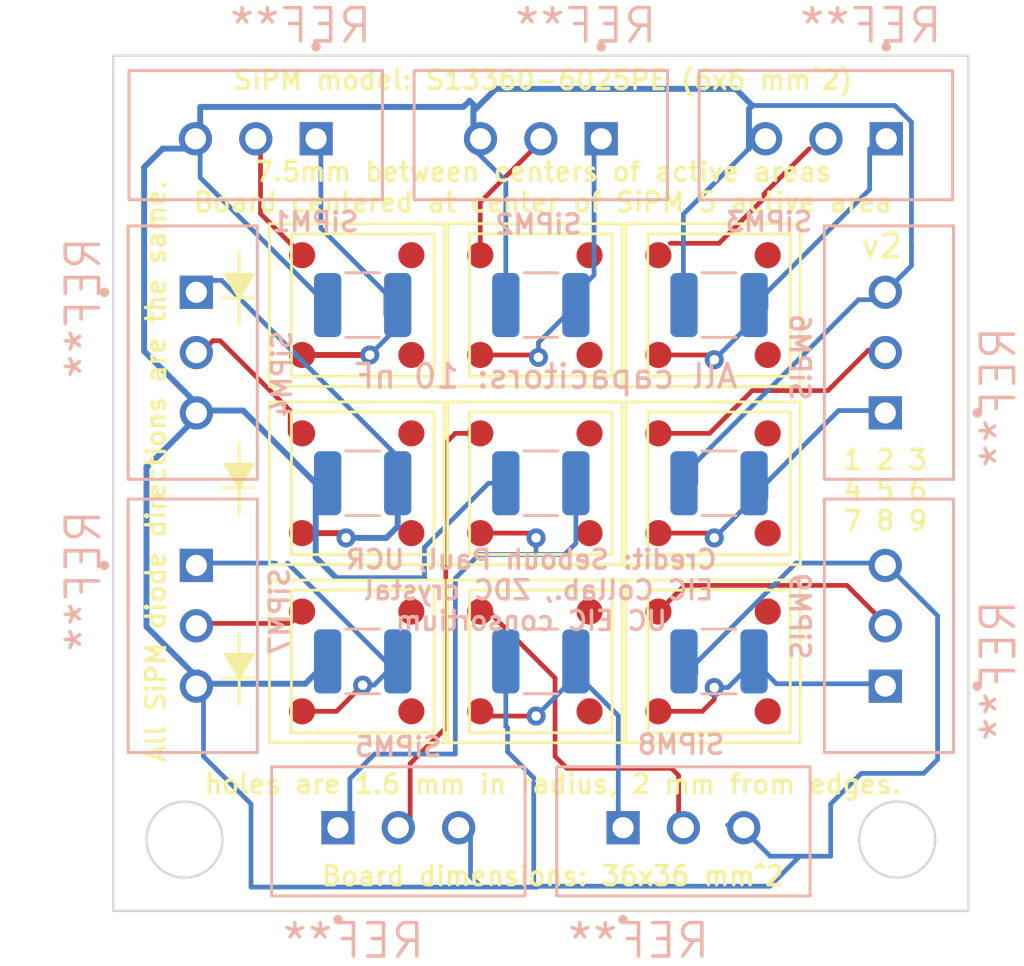
<source format=kicad_pcb>
(kicad_pcb (version 20240108) (generator "pcbnew") (generator_version "8.0")
  (layers (0 "F.Cu" signal) (31 "B.Cu" signal) (34 "B.Paste" user) (35 "F.Paste" user) (36 "B.SilkS" user "B.Silkscreen") (37 "F.SilkS" user "F.Silkscreen") (38 "B.Mask" user) (39 "F.Mask" user) (44 "Edge.Cuts" user))
  (net 0 "")
  (footprint "SiPM:S13360-6025PE" (layer "F.Cu") (at 92.5 42.5)
    (property "Reference" "REF**" (hide yes))
    (property "Value" "S13360-6025PE")
    (fp_rect (start -3.925 -3.425) (end 3.425 3.425) (stroke (width 0.12)) (fill none) (layer "F.SilkS"))
    (fp_rect (start -3 -3) (end 3 3) (stroke (width 0.12)) (fill none) (layer "F.SilkS"))
    (pad "1" smd circle (at 2.05 -2.1) (size 1.1 1.1) (layers "F.Cu" "F.Paste" "F.Mask"))
    (pad "2" smd circle (at -2.55 -2.1) (size 1.1 1.1) (layers "F.Cu" "F.Paste" "F.Mask"))
    (pad "3" smd circle (at -2.55 2.1) (size 1.1 1.1) (layers "F.Cu" "F.Paste" "F.Mask"))
    (pad "4" smd circle (at 2.05 2.1) (size 1.1 1.1) (layers "F.Cu" "F.Paste" "F.Mask"))
  )
  (footprint "SiPM:S13360-6025PE" (layer "F.Cu") (at 92.5 50)
    (property "Reference" "REF**3" (hide yes))
    (property "Value" "S13360-6025PE")
    (fp_rect (start -3.925 -3.425) (end 3.425 3.425) (stroke (width 0.12)) (fill none) (layer "F.SilkS"))
    (fp_rect (start -3 -3) (end 3 3) (stroke (width 0.12)) (fill none) (layer "F.SilkS"))
    (pad "1" smd circle (at 2.05 -2.1) (size 1.1 1.1) (layers "F.Cu" "F.Paste" "F.Mask"))
    (pad "2" smd circle (at -2.55 -2.1) (size 1.1 1.1) (layers "F.Cu" "F.Paste" "F.Mask"))
    (pad "3" smd circle (at -2.55 2.1) (size 1.1 1.1) (layers "F.Cu" "F.Paste" "F.Mask"))
    (pad "4" smd circle (at 2.05 2.1) (size 1.1 1.1) (layers "F.Cu" "F.Paste" "F.Mask"))
  )
  (footprint "SiPM:S13360-6025PE" (layer "F.Cu") (at 100 42.5)
    (property "Reference" "REF**1" (hide yes))
    (property "Value" "S13360-6025PE")
    (fp_rect (start -3.925 -3.425) (end 3.425 3.425) (stroke (width 0.12)) (fill none) (layer "F.SilkS"))
    (fp_rect (start -3 -3) (end 3 3) (stroke (width 0.12)) (fill none) (layer "F.SilkS"))
    (pad "1" smd circle (at 2.05 -2.1) (size 1.1 1.1) (layers "F.Cu" "F.Paste" "F.Mask"))
    (pad "2" smd circle (at -2.55 -2.1) (size 1.1 1.1) (layers "F.Cu" "F.Paste" "F.Mask"))
    (pad "3" smd circle (at -2.55 2.1) (size 1.1 1.1) (layers "F.Cu" "F.Paste" "F.Mask"))
    (pad "4" smd circle (at 2.05 2.1) (size 1.1 1.1) (layers "F.Cu" "F.Paste" "F.Mask"))
  )
  (footprint "SiPM:S13360-6025PE" (layer "F.Cu") (at 92.5 57.5)
    (property "Reference" "REF**7" (hide yes))
    (property "Value" "S13360-6025PE")
    (fp_rect (start -3.925 -3.425) (end 3.425 3.425) (stroke (width 0.12)) (fill none) (layer "F.SilkS"))
    (fp_rect (start -3 -3) (end 3 3) (stroke (width 0.12)) (fill none) (layer "F.SilkS"))
    (pad "1" smd circle (at 2.05 -2.1) (size 1.1 1.1) (layers "F.Cu" "F.Paste" "F.Mask"))
    (pad "2" smd circle (at -2.55 -2.1) (size 1.1 1.1) (layers "F.Cu" "F.Paste" "F.Mask"))
    (pad "3" smd circle (at -2.55 2.1) (size 1.1 1.1) (layers "F.Cu" "F.Paste" "F.Mask"))
    (pad "4" smd circle (at 2.05 2.1) (size 1.1 1.1) (layers "F.Cu" "F.Paste" "F.Mask"))
  )
  (footprint "SiPM:S13360-6025PE" (layer "F.Cu") (at 100 57.5)
    (property "Reference" "REF**9" (hide yes))
    (property "Value" "S13360-6025PE")
    (fp_rect (start -3.925 -3.425) (end 3.425 3.425) (stroke (width 0.12)) (fill none) (layer "F.SilkS"))
    (fp_rect (start -3 -3) (end 3 3) (stroke (width 0.12)) (fill none) (layer "F.SilkS"))
    (pad "1" smd circle (at 2.05 -2.1) (size 1.1 1.1) (layers "F.Cu" "F.Paste" "F.Mask"))
    (pad "2" smd circle (at -2.55 -2.1) (size 1.1 1.1) (layers "F.Cu" "F.Paste" "F.Mask"))
    (pad "3" smd circle (at -2.55 2.1) (size 1.1 1.1) (layers "F.Cu" "F.Paste" "F.Mask"))
    (pad "4" smd circle (at 2.05 2.1) (size 1.1 1.1) (layers "F.Cu" "F.Paste" "F.Mask"))
  )
  (footprint "SiPM:S13360-6025PE" (layer "F.Cu") (at 107.5 50)
    (property "Reference" "REF**6" (hide yes))
    (property "Value" "S13360-6025PE")
    (fp_rect (start -3.925 -3.425) (end 3.425 3.425) (stroke (width 0.12)) (fill none) (layer "F.SilkS"))
    (fp_rect (start -3 -3) (end 3 3) (stroke (width 0.12)) (fill none) (layer "F.SilkS"))
    (pad "1" smd circle (at 2.05 -2.1) (size 1.1 1.1) (layers "F.Cu" "F.Paste" "F.Mask"))
    (pad "2" smd circle (at -2.55 -2.1) (size 1.1 1.1) (layers "F.Cu" "F.Paste" "F.Mask"))
    (pad "3" smd circle (at -2.55 2.1) (size 1.1 1.1) (layers "F.Cu" "F.Paste" "F.Mask"))
    (pad "4" smd circle (at 2.05 2.1) (size 1.1 1.1) (layers "F.Cu" "F.Paste" "F.Mask"))
  )
  (footprint "Symbol:diode_direction" (layer "F.Cu") (at 87.3 41.8 90)
    (property "Reference" "REF**" (hide yes))
    (property "Value" "diode_direction" (hide yes))
    (fp_line (start -1.5 0) (end 1.5 0) (stroke (width 0.12)) (layer "F.SilkS"))
    (fp_line (start -0.4 0.6) (end -0.4 -0.7) (stroke (width 0.12)) (layer "F.SilkS"))
    (fp_poly (pts (xy -0.4 0) (xy 0.6 0.6) (xy 0.6 -0.6)) (stroke (width 0.12)) (fill solid) (layer "F.SilkS"))
  )
  (footprint "Symbol:diode_direction" (layer "F.Cu") (at 87.3 49.8 90)
    (property "Reference" "REF**4" (hide yes))
    (property "Value" "diode_direction" (hide yes))
    (fp_line (start -1.5 0) (end 1.5 0) (stroke (width 0.12)) (layer "F.SilkS"))
    (fp_line (start -0.4 0.6) (end -0.4 -0.7) (stroke (width 0.12)) (layer "F.SilkS"))
    (fp_poly (pts (xy -0.4 0) (xy 0.6 0.6) (xy 0.6 -0.6)) (stroke (width 0.12)) (fill solid) (layer "F.SilkS"))
  )
  (footprint "Symbol:diode_direction" (layer "F.Cu") (at 87.3 57.8 90)
    (property "Reference" "REF**8" (hide yes))
    (property "Value" "diode_direction" (hide yes))
    (fp_line (start -1.5 0) (end 1.5 0) (stroke (width 0.12)) (layer "F.SilkS"))
    (fp_line (start -0.4 0.6) (end -0.4 -0.7) (stroke (width 0.12)) (layer "F.SilkS"))
    (fp_poly (pts (xy -0.4 0) (xy 0.6 0.6) (xy 0.6 -0.6)) (stroke (width 0.12)) (fill solid) (layer "F.SilkS"))
  )
  (footprint "SiPM:S13360-6025PE" (layer "F.Cu") (at 107.5 57.5)
    (property "Reference" "REF**10" (hide yes))
    (property "Value" "S13360-6025PE")
    (fp_rect (start -3.925 -3.425) (end 3.425 3.425) (stroke (width 0.12)) (fill none) (layer "F.SilkS"))
    (fp_rect (start -3 -3) (end 3 3) (stroke (width 0.12)) (fill none) (layer "F.SilkS"))
    (pad "1" smd circle (at 2.05 -2.1) (size 1.1 1.1) (layers "F.Cu" "F.Paste" "F.Mask"))
    (pad "2" smd circle (at -2.55 -2.1) (size 1.1 1.1) (layers "F.Cu" "F.Paste" "F.Mask"))
    (pad "3" smd circle (at -2.55 2.1) (size 1.1 1.1) (layers "F.Cu" "F.Paste" "F.Mask"))
    (pad "4" smd circle (at 2.05 2.1) (size 1.1 1.1) (layers "F.Cu" "F.Paste" "F.Mask"))
  )
  (footprint "SiPM:S13360-6025PE" (layer "F.Cu") (at 100 50)
    (property "Reference" "REF**5" (hide yes))
    (property "Value" "S13360-6025PE")
    (fp_rect (start -3.925 -3.425) (end 3.425 3.425) (stroke (width 0.12)) (fill none) (layer "F.SilkS"))
    (fp_rect (start -3 -3) (end 3 3) (stroke (width 0.12)) (fill none) (layer "F.SilkS"))
    (pad "1" smd circle (at 2.05 -2.1) (size 1.1 1.1) (layers "F.Cu" "F.Paste" "F.Mask"))
    (pad "2" smd circle (at -2.55 -2.1) (size 1.1 1.1) (layers "F.Cu" "F.Paste" "F.Mask"))
    (pad "3" smd circle (at -2.55 2.1) (size 1.1 1.1) (layers "F.Cu" "F.Paste" "F.Mask"))
    (pad "4" smd circle (at 2.05 2.1) (size 1.1 1.1) (layers "F.Cu" "F.Paste" "F.Mask"))
  )
  (footprint "SiPM:S13360-6025PE" (layer "F.Cu") (at 107.5 42.5)
    (property "Reference" "REF**2" (hide yes))
    (property "Value" "S13360-6025PE")
    (fp_rect (start -3.925 -3.425) (end 3.425 3.425) (stroke (width 0.12)) (fill none) (layer "F.SilkS"))
    (fp_rect (start -3 -3) (end 3 3) (stroke (width 0.12)) (fill none) (layer "F.SilkS"))
    (pad "1" smd circle (at 2.05 -2.1) (size 1.1 1.1) (layers "F.Cu" "F.Paste" "F.Mask"))
    (pad "2" smd circle (at -2.55 -2.1) (size 1.1 1.1) (layers "F.Cu" "F.Paste" "F.Mask"))
    (pad "3" smd circle (at -2.55 2.1) (size 1.1 1.1) (layers "F.Cu" "F.Paste" "F.Mask"))
    (pad "4" smd circle (at 2.05 2.1) (size 1.1 1.1) (layers "F.Cu" "F.Paste" "F.Mask"))
  )
  (footprint "Capacitor_SMD:C_1210_3225Metric" (layer "B.Cu") (at 100 57.5 180)
    (property "Reference" "10 nF" (hide yes))
    (property "Value" "C_1210_3225Metric")
    (fp_line (start -0.711252 1.36) (end 0.711252 1.36) (stroke (width 0.12)) (layer "B.SilkS"))
    (fp_line (start -0.711252 -1.36) (end 0.711252 -1.36) (stroke (width 0.12)) (layer "B.SilkS"))
    (pad "1" smd roundrect (at -1.475 0 180) (size 1.15 2.7) (layers "B.Cu" "B.Paste" "B.Mask") (roundrect_rratio 0.2173913043))
    (pad "2" smd roundrect (at 1.475 0 180) (size 1.15 2.7) (layers "B.Cu" "B.Paste" "B.Mask") (roundrect_rratio 0.2173913043))
  )
  (footprint "Capacitor_SMD:C_1210_3225Metric" (layer "B.Cu") (at 92.5 42.5 180)
    (property "Reference" "10 nF" (hide yes))
    (property "Value" "C_1210_3225Metric")
    (fp_line (start -0.711252 1.36) (end 0.711252 1.36) (stroke (width 0.12)) (layer "B.SilkS"))
    (fp_line (start -0.711252 -1.36) (end 0.711252 -1.36) (stroke (width 0.12)) (layer "B.SilkS"))
    (pad "1" smd roundrect (at -1.475 0 180) (size 1.15 2.7) (layers "B.Cu" "B.Paste" "B.Mask") (roundrect_rratio 0.2173913043))
    (pad "2" smd roundrect (at 1.475 0 180) (size 1.15 2.7) (layers "B.Cu" "B.Paste" "B.Mask") (roundrect_rratio 0.2173913043))
  )
  (footprint "Capacitor_SMD:C_1210_3225Metric" (layer "B.Cu") (at 107.5 57.5 180)
    (property "Reference" "10 nF" (hide yes))
    (property "Value" "C_1210_3225Metric")
    (fp_line (start -0.711252 1.36) (end 0.711252 1.36) (stroke (width 0.12)) (layer "B.SilkS"))
    (fp_line (start -0.711252 -1.36) (end 0.711252 -1.36) (stroke (width 0.12)) (layer "B.SilkS"))
    (pad "1" smd roundrect (at -1.475 0 180) (size 1.15 2.7) (layers "B.Cu" "B.Paste" "B.Mask") (roundrect_rratio 0.2173913043))
    (pad "2" smd roundrect (at 1.475 0 180) (size 1.15 2.7) (layers "B.Cu" "B.Paste" "B.Mask") (roundrect_rratio 0.2173913043))
  )
  (footprint "AMPMODU:TE_103414-1" (layer "B.Cu") (at 112 35.5 180)
    (property "Reference" "REF**" (at -1.889075 4.759185 0) (layer "B.SilkS") (effects (font (size 1.400055 1.400055)) (justify mirror)))
    (property "Value" "TE_103414-1")
    (fp_line (start 5.334 2.87) (end 5.334 -2.565) (stroke (width 0.127)) (layer "B.SilkS"))
    (fp_line (start 5.334 -2.565) (end -5.334 -2.565) (stroke (width 0.127)) (layer "B.SilkS"))
    (fp_line (start -5.334 2.87) (end 5.334 2.87) (stroke (width 0.127)) (layer "B.SilkS"))
    (fp_line (start -5.334 -2.565) (end -5.334 2.87) (stroke (width 0.127)) (layer "B.SilkS"))
    (fp_circle (center -2.54 3.87) (end -2.44 3.87) (stroke (width 0.2)) (fill none) (layer "B.SilkS"))
    (pad "1" thru_hole rect (at -2.54 0 180) (size 1.398 1.398) (drill 0.89) (layers "*.Cu" "*.Mask"))
    (pad "2" thru_hole circle (at 0 0 180) (size 1.398 1.398) (drill 0.89) (layers "*.Cu" "*.Mask"))
    (pad "3" thru_hole circle (at 2.54 0 180) (size 1.398 1.398) (drill 0.89) (layers "*.Cu" "*.Mask"))
  )
  (footprint "Capacitor_SMD:C_1210_3225Metric" (layer "B.Cu") (at 107.5 42.5 180)
    (property "Reference" "10 nF" (hide yes))
    (property "Value" "C_1210_3225Metric")
    (fp_line (start -0.711252 1.36) (end 0.711252 1.36) (stroke (width 0.12)) (layer "B.SilkS"))
    (fp_line (start -0.711252 -1.36) (end 0.711252 -1.36) (stroke (width 0.12)) (layer "B.SilkS"))
    (pad "1" smd roundrect (at -1.475 0 180) (size 1.15 2.7) (layers "B.Cu" "B.Paste" "B.Mask") (roundrect_rratio 0.2173913043))
    (pad "2" smd roundrect (at 1.475 0 180) (size 1.15 2.7) (layers "B.Cu" "B.Paste" "B.Mask") (roundrect_rratio 0.2173913043))
  )
  (footprint "Capacitor_SMD:C_1210_3225Metric" (layer "B.Cu") (at 92.5 50 180)
    (property "Reference" "10 nF" (hide yes))
    (property "Value" "C_1210_3225Metric")
    (fp_line (start -0.711252 1.36) (end 0.711252 1.36) (stroke (width 0.12)) (layer "B.SilkS"))
    (fp_line (start -0.711252 -1.36) (end 0.711252 -1.36) (stroke (width 0.12)) (layer "B.SilkS"))
    (pad "1" smd roundrect (at -1.475 0 180) (size 1.15 2.7) (layers "B.Cu" "B.Paste" "B.Mask") (roundrect_rratio 0.2173913043))
    (pad "2" smd roundrect (at 1.475 0 180) (size 1.15 2.7) (layers "B.Cu" "B.Paste" "B.Mask") (roundrect_rratio 0.2173913043))
  )
  (footprint "AMPMODU:TE_103414-1" (layer "B.Cu") (at 114.5 44.5 90)
    (property "Reference" "REF**" (at -1.889075 4.759185 90) (layer "B.SilkS") (effects (font (size 1.400055 1.400055)) (justify mirror)))
    (property "Value" "TE_103414-1")
    (fp_line (start 5.334 -2.565) (end -5.334 -2.565) (stroke (width 0.127)) (layer "B.SilkS"))
    (fp_line (start -5.334 -2.565) (end -5.334 2.87) (stroke (width 0.127)) (layer "B.SilkS"))
    (fp_line (start 5.334 2.87) (end 5.334 -2.565) (stroke (width 0.127)) (layer "B.SilkS"))
    (fp_line (start -5.334 2.87) (end 5.334 2.87) (stroke (width 0.127)) (layer "B.SilkS"))
    (fp_circle (center -2.54 3.87) (end -2.44 3.87) (stroke (width 0.2)) (fill none) (layer "B.SilkS"))
    (pad "1" thru_hole rect (at -2.54 0 90) (size 1.398 1.398) (drill 0.89) (layers "*.Cu" "*.Mask"))
    (pad "2" thru_hole circle (at 0 0 90) (size 1.398 1.398) (drill 0.89) (layers "*.Cu" "*.Mask"))
    (pad "3" thru_hole circle (at 2.54 0 90) (size 1.398 1.398) (drill 0.89) (layers "*.Cu" "*.Mask"))
  )
  (footprint "AMPMODU:TE_103414-1" (layer "B.Cu") (at 94 64.5)
    (property "Reference" "REF**" (at -1.889075 4.759185 0) (layer "B.SilkS") (effects (font (size 1.400055 1.400055)) (justify mirror)))
    (property "Value" "TE_103414-1")
    (fp_line (start -5.334 -2.565) (end -5.334 2.87) (stroke (width 0.127)) (layer "B.SilkS"))
    (fp_line (start -5.334 2.87) (end 5.334 2.87) (stroke (width 0.127)) (layer "B.SilkS"))
    (fp_line (start 5.334 -2.565) (end -5.334 -2.565) (stroke (width 0.127)) (layer "B.SilkS"))
    (fp_line (start 5.334 2.87) (end 5.334 -2.565) (stroke (width 0.127)) (layer "B.SilkS"))
    (fp_circle (center -2.54 3.87) (end -2.44 3.87) (stroke (width 0.2)) (fill none) (layer "B.SilkS"))
    (pad "1" thru_hole rect (at -2.54 0) (size 1.398 1.398) (drill 0.89) (layers "*.Cu" "*.Mask"))
    (pad "2" thru_hole circle (at 0 0) (size 1.398 1.398) (drill 0.89) (layers "*.Cu" "*.Mask"))
    (pad "3" thru_hole circle (at 2.54 0) (size 1.398 1.398) (drill 0.89) (layers "*.Cu" "*.Mask"))
  )
  (footprint "AMPMODU:TE_103414-1" (layer "B.Cu") (at 85.5 56 -90)
    (property "Reference" "REF**" (at -1.889075 4.759185 90) (layer "B.SilkS") (effects (font (size 1.400055 1.400055)) (justify mirror)))
    (property "Value" "TE_103414-1")
    (fp_line (start -5.334 2.87) (end 5.334 2.87) (stroke (width 0.127)) (layer "B.SilkS"))
    (fp_line (start 5.334 2.87) (end 5.334 -2.565) (stroke (width 0.127)) (layer "B.SilkS"))
    (fp_line (start -5.334 -2.565) (end -5.334 2.87) (stroke (width 0.127)) (layer "B.SilkS"))
    (fp_line (start 5.334 -2.565) (end -5.334 -2.565) (stroke (width 0.127)) (layer "B.SilkS"))
    (fp_circle (center -2.54 3.87) (end -2.44 3.87) (stroke (width 0.2)) (fill none) (layer "B.SilkS"))
    (pad "1" thru_hole rect (at -2.54 0 270) (size 1.398 1.398) (drill 0.89) (layers "*.Cu" "*.Mask"))
    (pad "2" thru_hole circle (at 0 0 270) (size 1.398 1.398) (drill 0.89) (layers "*.Cu" "*.Mask"))
    (pad "3" thru_hole circle (at 2.54 0 270) (size 1.398 1.398) (drill 0.89) (layers "*.Cu" "*.Mask"))
  )
  (footprint "Capacitor_SMD:C_1210_3225Metric" (layer "B.Cu") (at 107.5 50 180)
    (property "Reference" "10 nF" (hide yes))
    (property "Value" "C_1210_3225Metric")
    (fp_line (start -0.711252 1.36) (end 0.711252 1.36) (stroke (width 0.12)) (layer "B.SilkS"))
    (fp_line (start -0.711252 -1.36) (end 0.711252 -1.36) (stroke (width 0.12)) (layer "B.SilkS"))
    (pad "1" smd roundrect (at -1.475 0 180) (size 1.15 2.7) (layers "B.Cu" "B.Paste" "B.Mask") (roundrect_rratio 0.2173913043))
    (pad "2" smd roundrect (at 1.475 0 180) (size 1.15 2.7) (layers "B.Cu" "B.Paste" "B.Mask") (roundrect_rratio 0.2173913043))
  )
  (footprint "Capacitor_SMD:C_1210_3225Metric" (layer "B.Cu") (at 100 50 180)
    (property "Reference" "10 nF" (hide yes))
    (property "Value" "C_1210_3225Metric")
    (fp_line (start -0.711252 1.36) (end 0.711252 1.36) (stroke (width 0.12)) (layer "B.SilkS"))
    (fp_line (start -0.711252 -1.36) (end 0.711252 -1.36) (stroke (width 0.12)) (layer "B.SilkS"))
    (pad "1" smd roundrect (at -1.475 0 180) (size 1.15 2.7) (layers "B.Cu" "B.Paste" "B.Mask") (roundrect_rratio 0.2173913043))
    (pad "2" smd roundrect (at 1.475 0 180) (size 1.15 2.7) (layers "B.Cu" "B.Paste" "B.Mask") (roundrect_rratio 0.2173913043))
  )
  (footprint "AMPMODU:TE_103414-1" (layer "B.Cu") (at 114.5 56 90)
    (property "Reference" "REF**" (at -1.889075 4.759185 90) (layer "B.SilkS") (effects (font (size 1.400055 1.400055)) (justify mirror)))
    (property "Value" "TE_103414-1")
    (fp_line (start 5.334 -2.565) (end -5.334 -2.565) (stroke (width 0.127)) (layer "B.SilkS"))
    (fp_line (start -5.334 -2.565) (end -5.334 2.87) (stroke (width 0.127)) (layer "B.SilkS"))
    (fp_line (start 5.334 2.87) (end 5.334 -2.565) (stroke (width 0.127)) (layer "B.SilkS"))
    (fp_line (start -5.334 2.87) (end 5.334 2.87) (stroke (width 0.127)) (layer "B.SilkS"))
    (fp_circle (center -2.54 3.87) (end -2.44 3.87) (stroke (width 0.2)) (fill none) (layer "B.SilkS"))
    (pad "1" thru_hole rect (at -2.54 0 90) (size 1.398 1.398) (drill 0.89) (layers "*.Cu" "*.Mask"))
    (pad "2" thru_hole circle (at 0 0 90) (size 1.398 1.398) (drill 0.89) (layers "*.Cu" "*.Mask"))
    (pad "3" thru_hole circle (at 2.54 0 90) (size 1.398 1.398) (drill 0.89) (layers "*.Cu" "*.Mask"))
  )
  (footprint "AMPMODU:TE_103414-1" (layer "B.Cu") (at 106 64.5)
    (property "Reference" "REF**" (at -1.889075 4.759185 0) (layer "B.SilkS") (effects (font (size 1.400055 1.400055)) (justify mirror)))
    (property "Value" "TE_103414-1")
    (fp_line (start -5.334 -2.565) (end -5.334 2.87) (stroke (width 0.127)) (layer "B.SilkS"))
    (fp_line (start -5.334 2.87) (end 5.334 2.87) (stroke (width 0.127)) (layer "B.SilkS"))
    (fp_line (start 5.334 -2.565) (end -5.334 -2.565) (stroke (width 0.127)) (layer "B.SilkS"))
    (fp_line (start 5.334 2.87) (end 5.334 -2.565) (stroke (width 0.127)) (layer "B.SilkS"))
    (fp_circle (center -2.54 3.87) (end -2.44 3.87) (stroke (width 0.2)) (fill none) (layer "B.SilkS"))
    (pad "1" thru_hole rect (at -2.54 0) (size 1.398 1.398) (drill 0.89) (layers "*.Cu" "*.Mask"))
    (pad "2" thru_hole circle (at 0 0) (size 1.398 1.398) (drill 0.89) (layers "*.Cu" "*.Mask"))
    (pad "3" thru_hole circle (at 2.54 0) (size 1.398 1.398) (drill 0.89) (layers "*.Cu" "*.Mask"))
  )
  (footprint "AMPMODU:TE_103414-1" (layer "B.Cu") (at 88 35.5 180)
    (property "Reference" "REF**" (at -1.889075 4.759185 0) (layer "B.SilkS") (effects (font (size 1.400055 1.400055)) (justify mirror)))
    (property "Value" "TE_103414-1")
    (fp_line (start 5.334 2.87) (end 5.334 -2.565) (stroke (width 0.127)) (layer "B.SilkS"))
    (fp_line (start 5.334 -2.565) (end -5.334 -2.565) (stroke (width 0.127)) (layer "B.SilkS"))
    (fp_line (start -5.334 2.87) (end 5.334 2.87) (stroke (width 0.127)) (layer "B.SilkS"))
    (fp_line (start -5.334 -2.565) (end -5.334 2.87) (stroke (width 0.127)) (layer "B.SilkS"))
    (fp_circle (center -2.54 3.87) (end -2.44 3.87) (stroke (width 0.2)) (fill none) (layer "B.SilkS"))
    (pad "1" thru_hole rect (at -2.54 0 180) (size 1.398 1.398) (drill 0.89) (layers "*.Cu" "*.Mask"))
    (pad "2" thru_hole circle (at 0 0 180) (size 1.398 1.398) (drill 0.89) (layers "*.Cu" "*.Mask"))
    (pad "3" thru_hole circle (at 2.54 0 180) (size 1.398 1.398) (drill 0.89) (layers "*.Cu" "*.Mask"))
  )
  (footprint "AMPMODU:TE_103414-1" (layer "B.Cu") (at 85.5 44.5 -90)
    (property "Reference" "REF**" (at -1.889075 4.759185 90) (layer "B.SilkS") (effects (font (size 1.400055 1.400055)) (justify mirror)))
    (property "Value" "TE_103414-1")
    (fp_line (start -5.334 2.87) (end 5.334 2.87) (stroke (width 0.127)) (layer "B.SilkS"))
    (fp_line (start 5.334 2.87) (end 5.334 -2.565) (stroke (width 0.127)) (layer "B.SilkS"))
    (fp_line (start -5.334 -2.565) (end -5.334 2.87) (stroke (width 0.127)) (layer "B.SilkS"))
    (fp_line (start 5.334 -2.565) (end -5.334 -2.565) (stroke (width 0.127)) (layer "B.SilkS"))
    (fp_circle (center -2.54 3.87) (end -2.44 3.87) (stroke (width 0.2)) (fill none) (layer "B.SilkS"))
    (pad "1" thru_hole rect (at -2.54 0 270) (size 1.398 1.398) (drill 0.89) (layers "*.Cu" "*.Mask"))
    (pad "2" thru_hole circle (at 0 0 270) (size 1.398 1.398) (drill 0.89) (layers "*.Cu" "*.Mask"))
    (pad "3" thru_hole circle (at 2.54 0 270) (size 1.398 1.398) (drill 0.89) (layers "*.Cu" "*.Mask"))
  )
  (footprint "Capacitor_SMD:C_1210_3225Metric" (layer "B.Cu") (at 92.5 57.5 180)
    (property "Reference" "10 nF" (hide yes))
    (property "Value" "C_1210_3225Metric")
    (fp_line (start -0.711252 1.36) (end 0.711252 1.36) (stroke (width 0.12)) (layer "B.SilkS"))
    (fp_line (start -0.711252 -1.36) (end 0.711252 -1.36) (stroke (width 0.12)) (layer "B.SilkS"))
    (pad "1" smd roundrect (at -1.475 0 180) (size 1.15 2.7) (layers "B.Cu" "B.Paste" "B.Mask") (roundrect_rratio 0.2173913043))
    (pad "2" smd roundrect (at 1.475 0 180) (size 1.15 2.7) (layers "B.Cu" "B.Paste" "B.Mask") (roundrect_rratio 0.2173913043))
  )
  (footprint "AMPMODU:TE_103414-1" (layer "B.Cu") (at 100 35.5 180)
    (property "Reference" "REF**" (at -1.889075 4.759185 0) (layer "B.SilkS") (effects (font (size 1.400055 1.400055)) (justify mirror)))
    (property "Value" "TE_103414-1")
    (fp_line (start 5.334 2.87) (end 5.334 -2.565) (stroke (width 0.127)) (layer "B.SilkS"))
    (fp_line (start 5.334 -2.565) (end -5.334 -2.565) (stroke (width 0.127)) (layer "B.SilkS"))
    (fp_line (start -5.334 2.87) (end 5.334 2.87) (stroke (width 0.127)) (layer "B.SilkS"))
    (fp_line (start -5.334 -2.565) (end -5.334 2.87) (stroke (width 0.127)) (layer "B.SilkS"))
    (fp_circle (center -2.54 3.87) (end -2.44 3.87) (stroke (width 0.2)) (fill none) (layer "B.SilkS"))
    (pad "1" thru_hole rect (at -2.54 0 180) (size 1.398 1.398) (drill 0.89) (layers "*.Cu" "*.Mask"))
    (pad "2" thru_hole circle (at 0 0 180) (size 1.398 1.398) (drill 0.89) (layers "*.Cu" "*.Mask"))
    (pad "3" thru_hole circle (at 2.54 0 180) (size 1.398 1.398) (drill 0.89) (layers "*.Cu" "*.Mask"))
  )
  (footprint "Capacitor_SMD:C_1210_3225Metric" (layer "B.Cu") (at 100 42.5 180)
    (property "Reference" "10 nF" (hide yes))
    (property "Value" "C_1210_3225Metric")
    (fp_line (start -0.711252 1.36) (end 0.711252 1.36) (stroke (width 0.12)) (layer "B.SilkS"))
    (fp_line (start -0.711252 -1.36) (end 0.711252 -1.36) (stroke (width 0.12)) (layer "B.SilkS"))
    (pad "1" smd roundrect (at -1.475 0 180) (size 1.15 2.7) (layers "B.Cu" "B.Paste" "B.Mask") (roundrect_rratio 0.2173913043))
    (pad "2" smd roundrect (at 1.475 0 180) (size 1.15 2.7) (layers "B.Cu" "B.Paste" "B.Mask") (roundrect_rratio 0.2173913043))
  )
  (gr_rect (start 82 32) (end 118 68) (stroke (width 0.1)) (fill none) (layer "Edge.Cuts"))
  (gr_circle (center 115 65) (end 115 63.4) (stroke (width 0.1)) (fill none) (layer "Edge.Cuts"))
  (gr_circle (center 85 65) (end 85 63.4) (stroke (width 0.1)) (fill none) (layer "Edge.Cuts"))
  (gr_text "SiPM7" (at 89 55.4 90) (layer "B.SilkS") (effects (font (size 0.8 0.8)) (justify mirror)))
  (gr_text "SiPM8" (at 105.9 61 0) (layer "B.SilkS") (effects (font (size 0.8 0.8)) (justify mirror)))
  (gr_text "SiPM6" (at 110.9 44.7 -90) (layer "B.SilkS") (effects (font (size 0.8 0.8)) (justify mirror)))
  (gr_text "SiPM4" (at 89.1 45.4 90) (layer "B.SilkS") (effects (font (size 0.8 0.8)) (justify mirror)))
  (gr_text "SiPM9" (at 110.9 55.6 -90) (layer "B.SilkS") (effects (font (size 0.8 0.8)) (justify mirror)))
  (gr_text "SiPM5" (at 94 61.1 0) (layer "B.SilkS") (effects (font (size 0.8 0.8)) (justify mirror)))
  (gr_text "SiPM3" (at 109.6 39 0) (layer "B.SilkS") (effects (font (size 0.8 0.8)) (justify mirror)))
  (gr_text "All capacitors: 10 nF" (at 100.2 45.5 0) (layer "B.SilkS") (effects (font (size 1 1)) (justify mirror)))
  (gr_text "Credit: Sebouh Paul, UCR\nEIC Collab., ZDC crystal \nUC EIC consortium" (at 99.6 54.5 0) (layer "B.SilkS") (effects (font (size 0.8 0.8)) (justify mirror)))
  (gr_text "SiPM1" (at 90.5 39 0) (layer "B.SilkS") (effects (font (size 0.8 0.8)) (justify mirror)))
  (gr_text "SiPM2" (at 99.9 39.1 0) (layer "B.SilkS") (effects (font (size 0.8 0.8)) (justify mirror)))
  (gr_text "SiPM model: S13360-6025PE (6x6 mm^2)\n\n\n7.5mm between centers of active areas\nBoard centered at center of SiPM 5 active area" (at 100.1 35.6 0) (layer "F.SilkS") (effects (font (size 0.8 0.8))))
  (gr_text "v2" (at 113.4 40.6 0) (layer "F.SilkS") (effects (font (size 1 1)) (justify left bottom)))
  (gr_text "holes are 1.6 mm in radius, 2 mm from edges.\n\n\nBoard dimensions: 36x36 mm^2\n" (at 100.5 64.6 0) (layer "F.SilkS") (effects (font (size 0.8 0.8))))
  (gr_text "1 2 3\n4 5 6\n7 8 9" (at 114.5 50.3 0) (layer "F.SilkS") (effects (font (size 0.8 0.8))))
  (gr_text "All SiPM diode directions are the same." (at 83.8 49.5 90) (layer "F.SilkS") (effects (font (size 0.8 0.8))))
  (segment (start 101.1 62) (end 100.6 61.5) (width 0.2) (layer "F.Cu") (net 0))
  (segment (start 89.95 44.6) (end 92.8 44.6) (width 0.25) (layer "F.Cu") (net 0))
  (segment (start 107.3 58.6) (end 107.3 59.1) (width 0.2) (layer "F.Cu") (net 0))
  (segment (start 97.45 39.9) (end 97.45 38.165) (width 0.2) (layer "F.Cu") (net 0))
  (segment (start 85.8 55.9) (end 89.45 55.9) (width 0.2) (layer "F.Cu") (net 0))
  (segment (start 108.9 46.1) (end 112.085 46.1) (width 0.2) (layer "F.Cu") (net 0))
  (segment (start 109.4 37.815) (end 111.3 35.915) (width 0.2) (layer "F.Cu") (net 0))
  (segment (start 96 48.3) (end 96.4 47.9) (width 0.2) (layer "F.Cu") (net 0))
  (segment (start 107.1 47.9) (end 108.9 46.1) (width 0.2) (layer "F.Cu") (net 0))
  (segment (start 91.6 52.1) (end 91.8 52.3) (width 0.25) (layer "F.Cu") (net 0))
  (segment (start 100.6 61.5) (end 100.6 58.2) (width 0.2) (layer "F.Cu") (net 0))
  (segment (start 97.45 44.6) (end 99.8 44.6) (width 0.2) (layer "F.Cu") (net 0))
  (segment (start 97.45 59.6) (end 97.65 59.8) (width 0.2) (layer "F.Cu") (net 0))
  (segment (start 91.4 59.6) (end 89.95 59.6) (width 0.2) (layer "F.Cu") (net 0))
  (segment (start 97.8 55.4) (end 97.45 55.4) (width 0.2) (layer "F.Cu") (net 0))
  (segment (start 106.05 54.3) (end 112.885 54.3) (width 0.2) (layer "F.Cu") (net 0))
  (segment (start 97.45 52.1) (end 99.6 52.1) (width 0.2) (layer "F.Cu") (net 0))
  (segment (start 86.2 44) (end 85.8 44.4) (width 0.2) (layer "F.Cu") (net 0))
  (segment (start 94.9 61.4) (end 94.5 61.8) (width 0.2) (layer "F.Cu") (net 0))
  (segment (start 89.45 55.9) (end 89.95 55.4) (width 0.2) (layer "F.Cu") (net 0))
  (segment (start 112.085 46.1) (end 113.785 44.4) (width 0.2) (layer "F.Cu") (net 0))
  (segment (start 94.9 61.4) (end 96 60.3) (width 0.2) (layer "F.Cu") (net 0))
  (segment (start 107.3 59.1) (end 106.8 59.6) (width 0.2) (layer "F.Cu") (net 0))
  (segment (start 88.2 38.65) (end 89.95 40.4) (width 0.2) (layer "F.Cu") (net 0))
  (segment (start 105.45 39.9) (end 107.5 39.9) (width 0.2) (layer "F.Cu") (net 0))
  (segment (start 104.95 55.4) (end 106.05 54.3) (width 0.2) (layer "F.Cu") (net 0))
  (segment (start 107.1 44.6) (end 107.3 44.8) (width 0.2) (layer "F.Cu") (net 0))
  (segment (start 86.5 44) (end 86.2 44) (width 0.2) (layer "F.Cu") (net 0))
  (segment (start 99.6 52.1) (end 99.8 52.3) (width 0.2) (layer "F.Cu") (net 0))
  (segment (start 89.45 47.9) (end 89.45 46.95) (width 0.2) (layer "F.Cu") (net 0))
  (segment (start 97.45 38.165) (end 99.7 35.915) (width 0.2) (layer "F.Cu") (net 0))
  (segment (start 105.8 62.3) (end 105.5 62) (width 0.2) (layer "F.Cu") (net 0))
  (segment (start 89.45 46.95) (end 86.5 44) (width 0.2) (layer "F.Cu") (net 0))
  (segment (start 89.95 52.1) (end 91.6 52.1) (width 0.25) (layer "F.Cu") (net 0))
  (segment (start 107.1 52.1) (end 104.95 52.1) (width 0.2) (layer "F.Cu") (net 0))
  (segment (start 104.95 44.6) (end 107.1 44.6) (width 0.2) (layer "F.Cu") (net 0))
  (segment (start 113.785 44.4) (end 114.585 44.4) (width 0.2) (layer "F.Cu") (net 0))
  (segment (start 99.8 44.6) (end 99.9 44.7) (width 0.2) (layer "F.Cu") (net 0))
  (segment (start 105.45 47.9) (end 107.1 47.9) (width 0.2) (layer "F.Cu") (net 0))
  (segment (start 107.5 39.9) (end 109.4 38) (width 0.2) (layer "F.Cu") (net 0))
  (segment (start 96.4 47.9) (end 97.45 47.9) (width 0.2) (layer "F.Cu") (net 0))
  (segment (start 112.885 54.3) (end 114.585 56) (width 0.2) (layer "F.Cu") (net 0))
  (segment (start 88.2 35.915) (end 88.2 38.65) (width 0.2) (layer "F.Cu") (net 0))
  (segment (start 97.65 59.8) (end 99.8 59.8) (width 0.2) (layer "F.Cu") (net 0))
  (segment (start 106.8 59.6) (end 104.95 59.6) (width 0.2) (layer "F.Cu") (net 0))
  (segment (start 96 60.3) (end 96 48.3) (width 0.2) (layer "F.Cu") (net 0))
  (segment (start 100.6 58.2) (end 97.8 55.4) (width 0.2) (layer "F.Cu") (net 0))
  (segment (start 107.3 52.3) (end 107.1 52.1) (width 0.2) (layer "F.Cu") (net 0))
  (segment (start 94.5 61.8) (end 94.5 64.385) (width 0.2) (layer "F.Cu") (net 0))
  (segment (start 105.5 62) (end 101.1 62) (width 0.2) (layer "F.Cu") (net 0))
  (segment (start 109.4 38) (end 109.4 37.815) (width 0.2) (layer "F.Cu") (net 0))
  (segment (start 92.5 58.5) (end 91.4 59.6) (width 0.2) (layer "F.Cu") (net 0))
  (segment (start 105.8 64.385) (end 105.8 62.3) (width 0.2) (layer "F.Cu") (net 0))
  (via (at 92.5 58.5) (size 0.8) (drill 0.4) (layers "F.Cu" "B.Cu") (net 0))
  (via (at 92.8 44.6) (size 0.8) (drill 0.4) (layers "F.Cu" "B.Cu") (net 0))
  (via (at 107.3 52.3) (size 0.8) (drill 0.4) (layers "F.Cu" "B.Cu") (net 0))
  (via (at 99.8 52.3) (size 0.8) (drill 0.4) (layers "F.Cu" "B.Cu") (net 0))
  (via (at 107.3 58.6) (size 0.8) (drill 0.4) (layers "F.Cu" "B.Cu") (net 0))
  (via (at 99.9 44.7) (size 0.8) (drill 0.4) (layers "F.Cu" "B.Cu") (net 0))
  (via (at 107.3 44.8) (size 0.8) (drill 0.4) (layers "F.Cu" "B.Cu") (net 0))
  (via (at 91.8 52.3) (size 0.8) (drill 0.4) (layers "F.Cu" "B.Cu") (net 0))
  (via (at 99.8 59.8) (size 0.8) (drill 0.4) (layers "F.Cu" "B.Cu") (net 0))
  (segment (start 86.56 41.46) (end 93.975 48.875) (width 0.2) (layer "B.Cu") (net 0))
  (segment (start 95.1 52.7) (end 95.1 54) (width 0.2) (layer "B.Cu") (net 0))
  (segment (start 97.16 35.915) (end 97.16 34.84) (width 0.25) (layer "B.Cu") (net 0))
  (segment (start 93.5 52.3) (end 93.975 51.825) (width 0.25) (layer "B.Cu") (net 0))
  (segment (start 113.84 37.635) (end 113.84 35.915) (width 0.2) (layer "B.Cu") (net 0))
  (segment (start 97.8 50) (end 95.1 52.7) (width 0.2) (layer "B.Cu") (net 0))
  (segment (start 99.8 53) (end 101 53) (width 0.2) (layer "B.Cu") (net 0))
  (segment (start 99.7 67) (end 99.825 67) (width 0.2) (layer "B.Cu") (net 0))
  (segment (start 97.4 53) (end 96.4 54) (width 0.2) (layer "B.Cu") (net 0))
  (segment (start 114.485 53.36) (end 110.74 53.36) (width 0.2) (layer "B.Cu") (net 0))
  (segment (start 109.475 50.625) (end 109.475 50) (width 0.2) (layer "B.Cu") (net 0))
  (segment (start 85.66 35.915) (end 84.085 35.915) (width 0.25) (layer "B.Cu") (net 0))
  (segment (start 109.475 42) (end 113.84 37.635) (width 0.2) (layer "B.Cu") (net 0))
  (segment (start 84.085 35.915) (end 83.3 36.7) (width 0.25) (layer "B.Cu") (net 0))
  (segment (start 90.74 35.915) (end 90.74 39.265) (width 0.2) (layer "B.Cu") (net 0))
  (segment (start 99.825 67) (end 99.8625 66.9625) (width 0.2) (layer "B.Cu") (net 0))
  (segment (start 99.8 59.8) (end 101.475 58.125) (width 0.2) (layer "B.Cu") (net 0))
  (segment (start 102.24 35.915) (end 102.24 41.235) (width 0.2) (layer "B.Cu") (net 0))
  (segment (start 115.6 34.8) (end 114.9 34.1) (width 0.2) (layer "B.Cu") (net 0))
  (segment (start 112.2 63.5) (end 113.4875 62.2125) (width 0.2) (layer "B.Cu") (net 0))
  (segment (start 85.8 58.44) (end 85.8 61.5) (width 0.2) (layer "B.Cu") (net 0))
  (segment (start 87.465 46.94) (end 90.525 50) (width 0.25) (layer "B.Cu") (net 0))
  (segment (start 83.4 49.3) (end 83.4 56.04) (width 0.25) (layer "B.Cu") (net 0))
  (segment (start 83.4 56.04) (end 85.8 58.44) (width 0.25) (layer "B.Cu") (net 0))
  (segment (start 106 38.675) (end 108.76 35.915) (width 0.2) (layer "B.Cu") (net 0))
  (segment (start 101 53) (end 101.475 52.525) (width 0.2) (layer "B.Cu") (net 0))
  (segment (start 102.24 41.235) (end 101.475 42) (width 0.2) (layer "B.Cu") (net 0))
  (segment (start 109.475 42.625) (end 109.475 42) (width 0.2) (layer "B.Cu") (net 0))
  (segment (start 112.2 65.7) (end 112.2 63.5) (width 0.2) (layer "B.Cu") (net 0))
  (segment (start 109.915 58.44) (end 113.785 58.44) (width 0.2) (layer "B.Cu") (net 0))
  (segment (start 91.4 54) (end 95.1 54) (width 0.25) (layer "B.Cu") (net 0))
  (segment (start 114.585 41.86) (end 115.6 40.845) (width 0.2) (layer "B.Cu") (net 0))
  (segment (start 92.5 58.5) (end 92.975 58.5) (width 0.2) (layer "B.Cu") (net 0))
  (segment (start 112.535 46.94) (end 113.785 46.94) (width 0.2) (layer "B.Cu") (net 0))
  (segment (start 99.8 53) (end 97.4 53) (width 0.2) (layer "B.Cu") (net 0))
  (segment (start 85.66 35.915) (end 85.66 34.16) (width 0.25) (layer "B.Cu") (net 0))
  (segment (start 99.8625 66.9625) (end 109.6375 66.9625) (width 0.2) (layer "B.Cu") (net 0))
  (segment (start 97.04 66.54) (end 97.5 67) (width 0.2) (layer "B.Cu") (net 0))
  (segment (start 115.6 40.045) (end 115.6 40) (width 0.2) (layer "B.Cu") (net 0))
  (segment (start 114.9 34.1) (end 108.9 34.1) (width 0.2) (layer "B.Cu") (net 0))
  (segment (start 108.9 34.1) (end 108.76 34.24) (width 0.25) (layer "B.Cu") (net 0))
  (segment (start 98.525 58) (end 98.525 60.225) (width 0.2) (layer "B.Cu") (net 0))
  (segment (start 108.34 64.385) (end 109.655 65.7) (width 0.2) (layer "B.Cu") (net 0))
  (segment (start 101.475 58) (end 103.26 59.785) (width 0.2) (layer "B.Cu") (net 0))
  (segment (start 106.025 42.5) (end 106 42.475) (width 0.2) (layer "B.Cu") (net 0))
  (segment (start 107.875 58.6) (end 108.975 57.5) (width 0.2) (layer "B.Cu") (net 0))
  (segment (start 106.525 57.575) (end 106.525 58) (width 0.2) (layer "B.Cu") (net 0))
  (segment (start 108.2 33.4) (end 108.9 34.1) (width 0.25) (layer "B.Cu") (net 0))
  (segment (start 96.4 54) (end 96.4 61.4) (width 0.2) (layer "B.Cu") (net 0))
  (segment (start 101.475 52.525) (end 101.475 50) (width 0.2) (layer "B.Cu") (net 0))
  (segment (start 107.3 58.6) (end 107.875 58.6) (width 0.2) (layer "B.Cu") (net 0))
  (segment (start 109.475 50) (end 112.535 46.94) (width 0.2) (layer "B.Cu") (net 0))
  (segment (start 108.86 64.385) (end 107.86 64.385) (width 0.2) (layer "B.Cu") (net 0))
  (segment (start 99.9 44.075) (end 101.475 42.5) (width 0.2) (layer "B.Cu") (net 0))
  (segment (start 99.7 62.4) (end 99.7 67) (width 0.2) (layer "B.Cu") (net 0))
  (segment (start 83.44 49.3) (end 83.4 49.3) (width 0.25) (layer "B.Cu") (net 0))
  (segment (start 109.655 65.7) (end 110.9 65.7) (width 0.2) (layer "B.Cu") (net 0))
  (segment (start 113.3725 42.2725) (end 114.1725 42.2725) (width 0.2) (layer "B.Cu") (net 0))
  (segment (start 99.9 44.7) (end 99.9 44.075) (width 0.2) (layer "B.Cu") (net 0))
  (segment (start 98.6 60.3) (end 98.6 61.3) (width 0.2) (layer "B.Cu") (net 0))
  (segment (start 93.475 42.925) (end 93.475 42) (width 0.2) (layer "B.Cu") (net 0))
  (segment (start 97.16 34.84) (end 97.16 34.34) (width 0.25) (layer "B.Cu") (net 0))
  (segment (start 89.335 53.36) (end 93.975 58) (width 0.2) (layer "B.Cu") (net 0))
  (segment (start 91.96 62.44) (end 91.96 64.385) (width 0.2) (layer "B.Cu") (net 0))
  (segment (start 85.8 46.94) (end 83.44 49.3) (width 0.25) (layer "B.Cu") (net 0))
  (segment (start 107.3 44.8) (end 108.975 43.125) (width 0.2) (layer "B.Cu") (net 0))
  (segment (start 85.8 41.46) (end 86.56 41.46) (width 0.2) (layer "B.Cu") (net 0))
  (segment (start 93.975 48.875) (end 93.975 50.125) (width 0.2) (layer "B.Cu") (net 0))
  (segment (start 85.66 34.16) (end 96.74 34.16) (width 0.25) (layer "B.Cu") (net 0))
  (segment (start 98.6 61.3) (end 99.7 62.4) (width 0.2) (layer "B.Cu") (net 0))
  (segment (start 113.4875 62.2125) (end 116.1125 62.2125) (width 0.2) (layer "B.Cu") (net 0))
  (segment (start 96.4 61.4) (end 93 61.4) (width 0.2) (layer "B.Cu") (net 0))
  (segment (start 87.8 63.5) (end 87.8 67) (width 0.2) (layer "B.Cu") (net 0))
  (segment (start 85.8 46.94) (end 87.465 46.94) (width 0.25) (layer "B.Cu") (net 0))
  (segment (start 110.9 65.7) (end 112.2 65.7) (width 0.2) (layer "B.Cu") (net 0))
  (segment (start 115.6 40.845) (end 115.6 40) (width 0.2) (layer "B.Cu") (net 0))
  (segment (start 109.6375 66.9625) (end 110.9 65.7) (width 0.2) (layer "B.Cu") (net 0))
  (segment (start 110.74 53.36) (end 106.525 57.575) (width 0.2) (layer "B.Cu") (net 0))
  (segment (start 106 42.475) (end 106 38.675) (width 0.2) (layer "B.Cu") (net 0))
  (segment (start 85.66 37.135) (end 85.66 35.915) (width 0.2) (layer "B.Cu") (net 0))
  (segment (start 85.8 61.5) (end 87.8 63.5) (width 0.2) (layer "B.Cu") (net 0))
  (segment (start 107.3 52.3) (end 108.975 50.625) (width 0.2) (layer "B.Cu") (net 0))
  (segment (start 98.525 37.28) (end 97.16 35.915) (width 0.2) (layer "B.Cu") (net 0))
  (segment (start 116.7 61.625) (end 116.7 55.575) (width 0.2) (layer "B.Cu") (net 0))
  (segment (start 85.8 53.36) (end 88.835 53.36) (width 0.2) (layer "B.Cu") (net 0))
  (segment (start 97.16 34.06) (end 97.16 34.84) (width 0.25) (layer "B.Cu") (net 0))
  (segment (start 90.74 39.265) (end 93.475 42) (width 0.2) (layer "B.Cu") (net 0))
  (segment (start 98.525 42) (end 98.525 37.28) (width 0.2) (layer "B.Cu") (net 0))
  (segment (start 109.475 58) (end 109.915 58.44) (width 0.2) (layer "B.Cu") (net 0))
  (segment (start 92.8 44.6) (end 93.975 43.425) (width 0.2) (layer "B.Cu") (net 0))
  (segment (start 93 61.4) (end 91.96 62.44) (width 0.2) (layer "B.Cu") (net 0))
  (segment (start 90.525 50) (end 90.525 53.125) (width 0.25) (layer "B.Cu") (net 0))
  (segment (start 85.8 41.86) (end 85.8 41.46) (width 0.2) (layer "B.Cu") (net 0))
  (segment (start 83.3 36.7) (end 83.3 44.44) (width 0.25) (layer "B.Cu") (net 0))
  (segment (start 97.04 64.385) (end 97.04 66.54) (width 0.2) (layer "B.Cu") (net 0))
  (segment (start 90.525 42) (end 85.66 37.135) (width 0.2) (layer "B.Cu") (net 0))
  (segment (start 106.525 50) (end 106.525 49.12) (width 0.2) (layer "B.Cu") (net 0))
  (segment (start 116.7 55.575) (end 114.485 53.36) (width 0.2) (layer "B.Cu") (net 0))
  (segment (start 96.74 34.16) (end 97 33.9) (width 0.25) (layer "B.Cu") (net 0))
  (segment (start 83.3 44.44) (end 85.8 46.94) (width 0.25) (layer "B.Cu") (net 0))
  (segment (start 90.085 58.44) (end 90.525 58) (width 0.25) (layer "B.Cu") (net 0))
  (segment (start 116.1125 62.2125) (end 116.7 61.625) (width 0.2) (layer "B.Cu") (net 0))
  (segment (start 97 33.9) (end 97.16 34.06) (width 0.25) (layer "B.Cu") (net 0))
  (segment (start 97.16 34.34) (end 98.1 33.4) (width 0.25) (layer "B.Cu") (net 0))
  (segment (start 98.1 33.4) (end 108.2 33.4) (width 0.25) (layer "B.Cu") (net 0))
  (segment (start 90.525 53.125) (end 91.4 54) (width 0.25) (layer "B.Cu") (net 0))
  (segment (start 103.26 59.785) (end 103.26 64.385) (width 0.2) (layer "B.Cu") (net 0))
  (segment (start 114.1725 42.2725) (end 114.585 41.86) (width 0.2) (layer "B.Cu") (net 0))
  (segment (start 98.525 60.225) (end 98.6 60.3) (width 0.2) (layer "B.Cu") (net 0))
  (segment (start 85.8 58.44) (end 90.085 58.44) (width 0.25) (layer "B.Cu") (net 0))
  (segment (start 115.6 40) (end 115.6 34.8) (width 0.2) (layer "B.Cu") (net 0))
  (segment (start 91.8 52.3) (end 93.5 52.3) (width 0.25) (layer "B.Cu") (net 0))
  (segment (start 98.525 50) (end 97.8 50) (width 0.2) (layer "B.Cu") (net 0))
  (segment (start 92.975 58.5) (end 93.975 57.5) (width 0.2) (layer "B.Cu") (net 0))
  (segment (start 108.76 34.24) (end 108.76 35.915) (width 0.25) (layer "B.Cu") (net 0))
  (segment (start 99.8 52.3) (end 99.8 53) (width 0.2) (layer "B.Cu") (net 0))
  (segment (start 93.975 51.825) (end 93.975 50) (width 0.25) (layer "B.Cu") (net 0))
  (segment (start 87.8 67) (end 97.5 67) (width 0.2) (layer "B.Cu") (net 0))
  (segment (start 101.475 58.625) (end 101.475 58) (width 0.2) (layer "B.Cu") (net 0))
  (segment (start 106.525 49.12) (end 113.3725 42.2725) (width 0.2) (layer "B.Cu") (net 0))
  (segment (start 97.5 67) (end 99.7 67) (width 0.2) (layer "B.Cu") (net 0))
)
</source>
